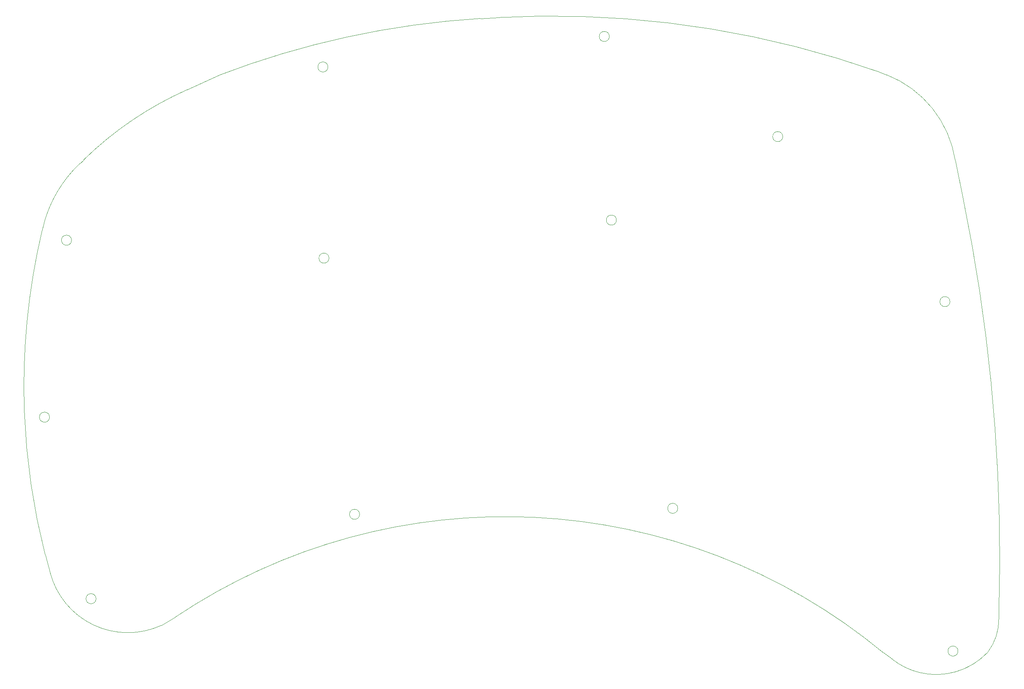
<source format=gbr>
G04 #@! TF.GenerationSoftware,KiCad,Pcbnew,(5.1.5)-3*
G04 #@! TF.CreationDate,2020-03-17T07:33:31+09:00*
G04 #@! TF.ProjectId,fan,66616e2e-6b69-4636-9164-5f7063625858,v1.0*
G04 #@! TF.SameCoordinates,Original*
G04 #@! TF.FileFunction,Other,ECO2*
%FSLAX46Y46*%
G04 Gerber Fmt 4.6, Leading zero omitted, Abs format (unit mm)*
G04 Created by KiCad (PCBNEW (5.1.5)-3) date 2020-03-17 07:33:31*
%MOMM*%
%LPD*%
G04 APERTURE LIST*
%ADD10C,0.001000*%
G04 APERTURE END LIST*
D10*
X205459917Y-41457421D02*
G75*
G02X213350188Y-120808319I-380205917J-77873578D01*
G01*
X5162536Y-118742786D02*
G75*
G02X616240Y-87556197I142917464J36758786D01*
G01*
X112752633Y-1218701D02*
G75*
G02X186967854Y-13361602I3049367J-214229299D01*
G01*
X188668710Y-14001812D02*
G75*
G02X203653791Y-32688130I-8704710J-22332188D01*
G01*
X186966000Y-13361100D02*
X188669000Y-14001900D01*
X210811000Y-139864000D02*
X210560000Y-140144000D01*
X33473278Y-132346119D02*
G75*
G02X187958430Y-140061172I72076722J-107297881D01*
G01*
X205460000Y-41457300D02*
X203654000Y-32688200D01*
X30502159Y-134093957D02*
G75*
G02X6228978Y-122552857I-7315160J15910957D01*
G01*
X616240Y-87556235D02*
G75*
G02X4480852Y-47985432I147464760J5572235D01*
G01*
X6229000Y-122553000D02*
X5162500Y-118743000D01*
X13552062Y-32555207D02*
G75*
G02X36081093Y-17284410I53855938J-55199793D01*
G01*
X13552000Y-32555000D02*
X12681000Y-33384400D01*
X33473300Y-132346000D02*
X30502200Y-134094000D01*
X187958000Y-140061000D02*
X189905000Y-141474000D01*
X4862000Y-46479100D02*
X4481000Y-47984400D01*
X4861710Y-46478992D02*
G75*
G02X12680944Y-33384460I27359290J-7455408D01*
G01*
X42972920Y-14147438D02*
G75*
G02X100095793Y-1722399I68974080J-179580562D01*
G01*
X42973000Y-14148100D02*
X36081000Y-17284400D01*
X104082000Y-1517900D02*
X100095000Y-1723100D01*
X104082102Y-1517870D02*
G75*
G02X112752494Y-1218729I11721898J-213949130D01*
G01*
X213154840Y-132704000D02*
G75*
G02X210810713Y-139864843I-11791840J-104000D01*
G01*
X213350188Y-120808319D02*
G75*
G02X213180994Y-130884386I-388096188J1477320D01*
G01*
X213181000Y-130884000D02*
X213155000Y-132704000D01*
X210556448Y-140147868D02*
G75*
G02X195897960Y-144398979I-11057448J10729868D01*
G01*
X195897960Y-144398979D02*
G75*
G02X189904114Y-141473512I3601040J14980979D01*
G01*
X210557000Y-140148000D02*
X210560000Y-140144000D01*
X166029000Y-27489000D02*
G75*
G03X166029000Y-27489000I-1100000J0D01*
G01*
X143128329Y-108569541D02*
G75*
G03X143128329Y-108569541I-1100000J0D01*
G01*
X6102000Y-88685000D02*
G75*
G03X6102000Y-88685000I-1100000J0D01*
G01*
X66825692Y-12299696D02*
G75*
G03X66825692Y-12299696I-1100000J0D01*
G01*
X128202649Y-5645937D02*
G75*
G03X128202649Y-5645937I-1100000J0D01*
G01*
X10902000Y-50085000D02*
G75*
G03X10902000Y-50085000I-1100000J0D01*
G01*
X73728327Y-109869542D02*
G75*
G03X73728327Y-109869542I-1100000J0D01*
G01*
X16246651Y-128287934D02*
G75*
G03X16246651Y-128287934I-1100000J0D01*
G01*
X129752649Y-45695934D02*
G75*
G03X129752649Y-45695934I-1100000J0D01*
G01*
X67052649Y-53995933D02*
G75*
G03X67052649Y-53995933I-1100000J0D01*
G01*
X204253649Y-139709608D02*
G75*
G03X204253649Y-139709608I-1100000J0D01*
G01*
X202502000Y-63485000D02*
G75*
G03X202502000Y-63485000I-1100000J0D01*
G01*
M02*

</source>
